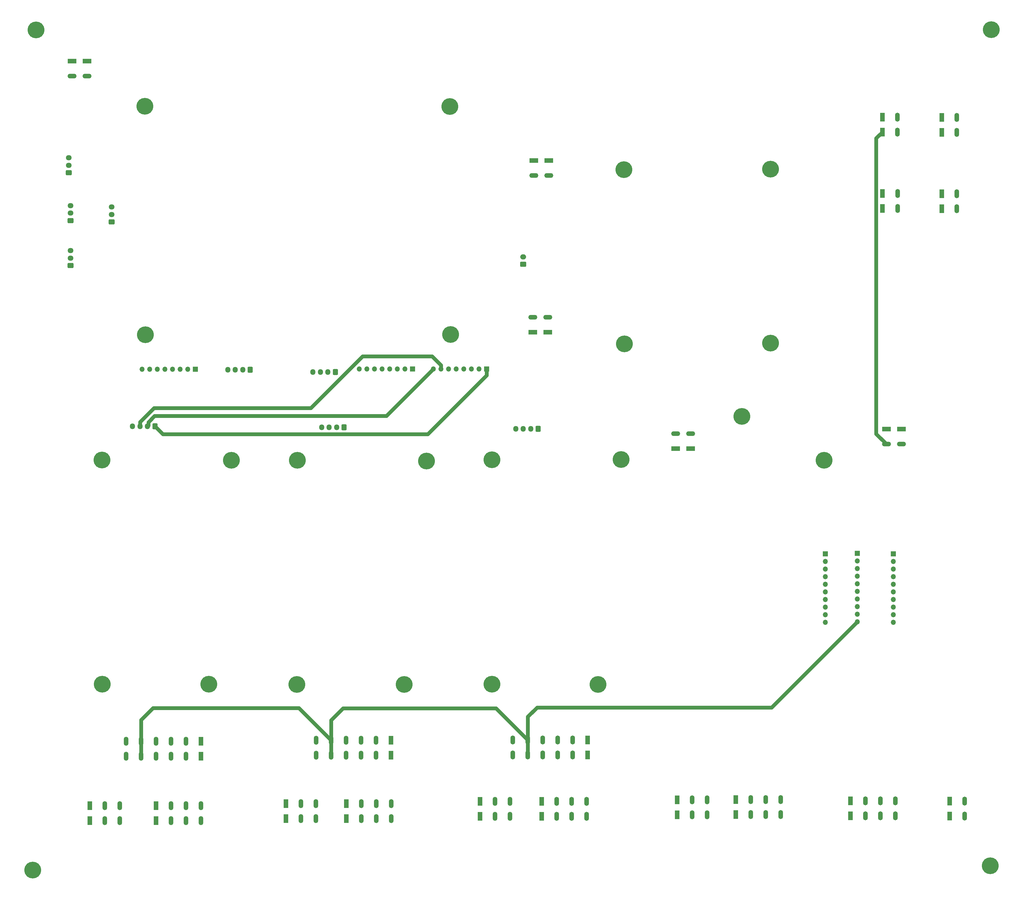
<source format=gbr>
%TF.GenerationSoftware,KiCad,Pcbnew,6.0.11-2627ca5db0~126~ubuntu22.04.1*%
%TF.CreationDate,2023-04-05T12:46:53+02:00*%
%TF.ProjectId,boxPCB,626f7850-4342-42e6-9b69-6361645f7063,rev?*%
%TF.SameCoordinates,Original*%
%TF.FileFunction,Copper,L2,Inr*%
%TF.FilePolarity,Positive*%
%FSLAX46Y46*%
G04 Gerber Fmt 4.6, Leading zero omitted, Abs format (unit mm)*
G04 Created by KiCad (PCBNEW 6.0.11-2627ca5db0~126~ubuntu22.04.1) date 2023-04-05 12:46:53*
%MOMM*%
%LPD*%
G01*
G04 APERTURE LIST*
G04 Aperture macros list*
%AMRoundRect*
0 Rectangle with rounded corners*
0 $1 Rounding radius*
0 $2 $3 $4 $5 $6 $7 $8 $9 X,Y pos of 4 corners*
0 Add a 4 corners polygon primitive as box body*
4,1,4,$2,$3,$4,$5,$6,$7,$8,$9,$2,$3,0*
0 Add four circle primitives for the rounded corners*
1,1,$1+$1,$2,$3*
1,1,$1+$1,$4,$5*
1,1,$1+$1,$6,$7*
1,1,$1+$1,$8,$9*
0 Add four rect primitives between the rounded corners*
20,1,$1+$1,$2,$3,$4,$5,0*
20,1,$1+$1,$4,$5,$6,$7,0*
20,1,$1+$1,$6,$7,$8,$9,0*
20,1,$1+$1,$8,$9,$2,$3,0*%
G04 Aperture macros list end*
%TA.AperFunction,ComponentPad*%
%ADD10R,1.500000X3.000000*%
%TD*%
%TA.AperFunction,ComponentPad*%
%ADD11O,1.500000X3.000000*%
%TD*%
%TA.AperFunction,ComponentPad*%
%ADD12RoundRect,0.250000X0.725000X-0.600000X0.725000X0.600000X-0.725000X0.600000X-0.725000X-0.600000X0*%
%TD*%
%TA.AperFunction,ComponentPad*%
%ADD13O,1.950000X1.700000*%
%TD*%
%TA.AperFunction,ComponentPad*%
%ADD14RoundRect,0.250000X0.600000X0.725000X-0.600000X0.725000X-0.600000X-0.725000X0.600000X-0.725000X0*%
%TD*%
%TA.AperFunction,ComponentPad*%
%ADD15O,1.700000X1.950000*%
%TD*%
%TA.AperFunction,ComponentPad*%
%ADD16C,5.600000*%
%TD*%
%TA.AperFunction,ComponentPad*%
%ADD17R,1.700000X1.700000*%
%TD*%
%TA.AperFunction,ComponentPad*%
%ADD18O,1.700000X1.700000*%
%TD*%
%TA.AperFunction,ComponentPad*%
%ADD19R,3.000000X1.500000*%
%TD*%
%TA.AperFunction,ComponentPad*%
%ADD20O,3.000000X1.500000*%
%TD*%
%TA.AperFunction,ComponentPad*%
%ADD21RoundRect,0.250000X0.750000X-0.600000X0.750000X0.600000X-0.750000X0.600000X-0.750000X-0.600000X0*%
%TD*%
%TA.AperFunction,ComponentPad*%
%ADD22O,2.000000X1.700000*%
%TD*%
%TA.AperFunction,Conductor*%
%ADD23C,1.250000*%
%TD*%
G04 APERTURE END LIST*
D10*
%TO.N,/ENDSTOP_5V_Y1*%
%TO.C,J105*%
X89475392Y-263430093D03*
X89475392Y-268430093D03*
D11*
%TO.N,/ENDSTOP_GND_Y1*%
X94475392Y-268430093D03*
X94475392Y-263430093D03*
%TO.N,/ENDSTOP_SIGNAL_Y1*%
X99475392Y-268430093D03*
X99475392Y-263430093D03*
%TD*%
D12*
%TO.N,/ENDSTOP_SIGNAL_Z*%
%TO.C,J111*%
X17045000Y-52810000D03*
D13*
%TO.N,/ENDSTOP_GND_Z*%
X17045000Y-50310000D03*
%TO.N,/ENDSTOP_5V_Z*%
X17045000Y-47810000D03*
%TD*%
D10*
%TO.N,/RED_Y1*%
%TO.C,J121*%
X109650392Y-263430093D03*
X109650392Y-268430093D03*
D11*
%TO.N,/BLUE_Y1*%
X114650392Y-263430093D03*
X114650392Y-268430093D03*
%TO.N,/GREEN_Y1*%
X119650392Y-263430093D03*
X119650392Y-268430093D03*
%TO.N,/BLACK_Y1*%
X124650392Y-268430093D03*
X124650392Y-263430093D03*
%TD*%
D10*
%TO.N,/BLACK_Y2*%
%TO.C,J115*%
X190200392Y-247205093D03*
X190200392Y-242205093D03*
D11*
%TO.N,/GREEN_Y2*%
X185200392Y-247205093D03*
X185200392Y-242205093D03*
%TO.N,/BLUE_Y2*%
X180200392Y-247205093D03*
X180200392Y-242205093D03*
%TO.N,/RED_Y2*%
X175200392Y-247205093D03*
X175200392Y-242205093D03*
%TO.N,+12V*%
X170200392Y-247205093D03*
X170200392Y-242205093D03*
%TO.N,GND*%
X165200392Y-247205093D03*
X165200392Y-242205093D03*
%TD*%
D14*
%TO.N,/EN_X*%
%TO.C,J113*%
X45805392Y-137450093D03*
D15*
%TO.N,/DIR_X*%
X43305392Y-137450093D03*
%TO.N,/CLK_X*%
X40805392Y-137450093D03*
%TO.N,GND*%
X38305392Y-137450093D03*
%TD*%
D16*
%TO.N,N/C*%
%TO.C,H123*%
X158250000Y-148640000D03*
%TD*%
D17*
%TO.N,+12V*%
%TO.C,J137*%
X280205392Y-179850093D03*
D18*
X280205392Y-182390093D03*
X280205392Y-184930093D03*
X280205392Y-187470093D03*
X280205392Y-190010093D03*
X280205392Y-192550093D03*
X280205392Y-195090093D03*
X280205392Y-197630093D03*
X280205392Y-200170093D03*
X280205392Y-202710093D03*
%TD*%
D10*
%TO.N,/RED_Y2*%
%TO.C,J120*%
X174875392Y-267655093D03*
X174875392Y-262655093D03*
D11*
%TO.N,/BLUE_Y2*%
X179875392Y-262655093D03*
X179875392Y-267655093D03*
%TO.N,/GREEN_Y2*%
X184875392Y-262655093D03*
X184875392Y-267655093D03*
%TO.N,/BLACK_Y2*%
X189875392Y-262655093D03*
X189875392Y-267655093D03*
%TD*%
D10*
%TO.N,/BLACK_E*%
%TO.C,J131*%
X277850392Y-267505093D03*
X277850392Y-262505093D03*
D11*
%TO.N,/GREEN_E*%
X282850392Y-262505093D03*
X282850392Y-267505093D03*
%TO.N,/BLUE_E*%
X287850392Y-267505093D03*
X287850392Y-262505093D03*
%TO.N,/RED_E*%
X292850392Y-267505093D03*
X292850392Y-262505093D03*
%TD*%
D10*
%TO.N,/ENDSTOP_5V_X*%
%TO.C,J104*%
X24075392Y-269080093D03*
X24075392Y-264080093D03*
D11*
%TO.N,/ENDSTOP_GND_X*%
X29075392Y-269080093D03*
X29075392Y-264080093D03*
%TO.N,/ENDSTOP_SIGNAL_X*%
X34075392Y-269080093D03*
X34075392Y-264080093D03*
%TD*%
D14*
%TO.N,/RED_Z*%
%TO.C,J128*%
X106015392Y-119350093D03*
D15*
%TO.N,/BLUE_Z*%
X103515392Y-119350093D03*
%TO.N,/GREEN_Z*%
X101015392Y-119350093D03*
%TO.N,/BLACK_Z*%
X98515392Y-119350093D03*
%TD*%
D16*
%TO.N,N/C*%
%TO.C,H117*%
X128920000Y-223620000D03*
%TD*%
%TO.N,N/C*%
%TO.C,H101*%
X324840000Y-5050000D03*
%TD*%
D10*
%TO.N,+12V*%
%TO.C,J130*%
X288525392Y-39245093D03*
X288525392Y-34245093D03*
D11*
%TO.N,GND*%
X293525392Y-39245093D03*
X293525392Y-34245093D03*
%TD*%
D16*
%TO.N,N/C*%
%TO.C,H126*%
X136370000Y-149070000D03*
%TD*%
D10*
%TO.N,+12V*%
%TO.C,J129*%
X308375392Y-39345093D03*
X308375392Y-34345093D03*
D11*
%TO.N,GND*%
X313375392Y-34345093D03*
X313375392Y-39345093D03*
%TD*%
D16*
%TO.N,N/C*%
%TO.C,H121*%
X63770000Y-223550000D03*
%TD*%
D12*
%TO.N,/ENDSTOP_SIGNAL_Y1*%
%TO.C,J109*%
X17645000Y-68780000D03*
D13*
%TO.N,/ENDSTOP_GND_Y1*%
X17645000Y-66280000D03*
%TO.N,/ENDSTOP_5V_Y1*%
X17645000Y-63780000D03*
%TD*%
D17*
%TO.N,/EN_Y2*%
%TO.C,J101*%
X59240392Y-118385093D03*
D18*
%TO.N,unconnected-(J101-Pad2)*%
X56700392Y-118385093D03*
%TO.N,unconnected-(J101-Pad3)*%
X54160392Y-118385093D03*
%TO.N,unconnected-(J101-Pad4)*%
X51620392Y-118385093D03*
%TO.N,unconnected-(J101-Pad5)*%
X49080392Y-118385093D03*
%TO.N,unconnected-(J101-Pad6)*%
X46540392Y-118385093D03*
%TO.N,/CLK_Y2*%
X44000392Y-118385093D03*
%TO.N,/DIR_Y2*%
X41460392Y-118385093D03*
%TD*%
D19*
%TO.N,+12V*%
%TO.C,J125*%
X172205392Y-48745093D03*
X177205392Y-48745093D03*
D20*
%TO.N,GND*%
X172205392Y-53745093D03*
X177205392Y-53745093D03*
%TD*%
D16*
%TO.N,N/C*%
%TO.C,H116*%
X28180000Y-223560000D03*
%TD*%
D12*
%TO.N,/ENDSTOP_SIGNAL_X*%
%TO.C,J108*%
X17585000Y-83800000D03*
D13*
%TO.N,/ENDSTOP_GND_X*%
X17585000Y-81300000D03*
%TO.N,/ENDSTOP_5V_X*%
X17585000Y-78800000D03*
%TD*%
D17*
%TO.N,/EN_Y1*%
%TO.C,J103*%
X131755392Y-118295093D03*
D18*
%TO.N,unconnected-(J103-Pad2)*%
X129215392Y-118295093D03*
%TO.N,unconnected-(J103-Pad3)*%
X126675392Y-118295093D03*
%TO.N,unconnected-(J103-Pad4)*%
X124135392Y-118295093D03*
%TO.N,unconnected-(J103-Pad5)*%
X121595392Y-118295093D03*
%TO.N,unconnected-(J103-Pad6)*%
X119055392Y-118295093D03*
%TO.N,/CLK_Y1*%
X116515392Y-118295093D03*
%TO.N,/DIR_Y1*%
X113975392Y-118295093D03*
%TD*%
D16*
%TO.N,N/C*%
%TO.C,H110*%
X202310000Y-51760000D03*
%TD*%
%TO.N,N/C*%
%TO.C,H112*%
X193670000Y-223630000D03*
%TD*%
D19*
%TO.N,GND*%
%TO.C,J119*%
X294915392Y-138415093D03*
X289915392Y-138415093D03*
D20*
%TO.N,+12V*%
X289915392Y-143415093D03*
X294915392Y-143415093D03*
%TD*%
D16*
%TO.N,N/C*%
%TO.C,H113*%
X144430000Y-106820000D03*
%TD*%
%TO.N,N/C*%
%TO.C,H124*%
X202420000Y-109920000D03*
%TD*%
D17*
%TO.N,/EN_X*%
%TO.C,J102*%
X156510392Y-118295093D03*
D18*
%TO.N,unconnected-(J102-Pad2)*%
X153970392Y-118295093D03*
%TO.N,unconnected-(J102-Pad3)*%
X151430392Y-118295093D03*
%TO.N,unconnected-(J102-Pad4)*%
X148890392Y-118295093D03*
%TO.N,unconnected-(J102-Pad5)*%
X146350392Y-118295093D03*
%TO.N,unconnected-(J102-Pad6)*%
X143810392Y-118295093D03*
%TO.N,/CLK_X*%
X141270392Y-118295093D03*
%TO.N,/DIR_X*%
X138730392Y-118295093D03*
%TD*%
D10*
%TO.N,+5V*%
%TO.C,J133*%
X308385392Y-64795093D03*
X308385392Y-59795093D03*
D11*
%TO.N,GND*%
X313385392Y-64795093D03*
X313385392Y-59795093D03*
%TD*%
D16*
%TO.N,N/C*%
%TO.C,H111*%
X71300000Y-148820000D03*
%TD*%
%TO.N,N/C*%
%TO.C,H103*%
X201330000Y-148520000D03*
%TD*%
D10*
%TO.N,/BLACK_Z*%
%TO.C,J132*%
X239575392Y-267080093D03*
X239575392Y-262080093D03*
D11*
%TO.N,/GREEN_Z*%
X244575392Y-267080093D03*
X244575392Y-262080093D03*
%TO.N,/BLUE_Z*%
X249575392Y-262080093D03*
X249575392Y-267080093D03*
%TO.N,/RED_Z*%
X254575392Y-267080093D03*
X254575392Y-262080093D03*
%TD*%
D14*
%TO.N,/EN_Y1*%
%TO.C,J114*%
X108925392Y-137755093D03*
D15*
%TO.N,/DIR_Y1*%
X106425392Y-137755093D03*
%TO.N,/CLK_Y1*%
X103925392Y-137755093D03*
%TO.N,GND*%
X101425392Y-137755093D03*
%TD*%
D16*
%TO.N,N/C*%
%TO.C,H125*%
X28150000Y-148740000D03*
%TD*%
D10*
%TO.N,/BLACK_Y1*%
%TO.C,J116*%
X124575392Y-242280093D03*
X124575392Y-247280093D03*
D11*
%TO.N,/GREEN_Y1*%
X119575392Y-242280093D03*
X119575392Y-247280093D03*
%TO.N,/BLUE_Y1*%
X114575392Y-247280093D03*
X114575392Y-242280093D03*
%TO.N,/RED_Y1*%
X109575392Y-247280093D03*
X109575392Y-242280093D03*
%TO.N,+12V*%
X104575392Y-242280093D03*
X104575392Y-247280093D03*
%TO.N,GND*%
X99575392Y-247280093D03*
X99575392Y-242280093D03*
%TD*%
D16*
%TO.N,N/C*%
%TO.C,H119*%
X42580000Y-106870000D03*
%TD*%
%TO.N,N/C*%
%TO.C,H118*%
X144220000Y-30720000D03*
%TD*%
D10*
%TO.N,+5V*%
%TO.C,J134*%
X288595392Y-59725093D03*
X288595392Y-64725093D03*
D11*
%TO.N,GND*%
X293595392Y-64725093D03*
X293595392Y-59725093D03*
%TD*%
D10*
%TO.N,/BLACK_X*%
%TO.C,J117*%
X61125392Y-242630093D03*
X61125392Y-247630093D03*
D11*
%TO.N,/GREEN_X*%
X56125392Y-247630093D03*
X56125392Y-242630093D03*
%TO.N,/BLUE_X*%
X51125392Y-242630093D03*
X51125392Y-247630093D03*
%TO.N,/RED_X*%
X46125392Y-247630093D03*
X46125392Y-242630093D03*
%TO.N,+12V*%
X41125392Y-242630093D03*
X41125392Y-247630093D03*
%TO.N,GND*%
X36125392Y-247630093D03*
X36125392Y-242630093D03*
%TD*%
D10*
%TO.N,/ENDSTOP_5V_Y2*%
%TO.C,J106*%
X154275392Y-262630093D03*
X154275392Y-267630093D03*
D11*
%TO.N,/ENDSTOP_GND_Y2*%
X159275392Y-267630093D03*
X159275392Y-262630093D03*
%TO.N,/ENDSTOP_SIGNAL_Y2*%
X164275392Y-267630093D03*
X164275392Y-262630093D03*
%TD*%
D19*
%TO.N,+12V*%
%TO.C,J135*%
X18095392Y-15555093D03*
X23095392Y-15555093D03*
D20*
%TO.N,GND*%
X18095392Y-20555093D03*
X23095392Y-20555093D03*
%TD*%
D14*
%TO.N,/EN_Y2*%
%TO.C,J112*%
X173675392Y-138300093D03*
D15*
%TO.N,/DIR_Y2*%
X171175392Y-138300093D03*
%TO.N,/CLK_Y2*%
X168675392Y-138300093D03*
%TO.N,GND*%
X166175392Y-138300093D03*
%TD*%
D10*
%TO.N,/RED_X*%
%TO.C,J122*%
X46125392Y-269080093D03*
X46125392Y-264080093D03*
D11*
%TO.N,/BLUE_X*%
X51125392Y-269080093D03*
X51125392Y-264080093D03*
%TO.N,/GREEN_X*%
X56125392Y-264080093D03*
X56125392Y-269080093D03*
%TO.N,/BLACK_X*%
X61125392Y-264080093D03*
X61125392Y-269080093D03*
%TD*%
D16*
%TO.N,N/C*%
%TO.C,H122*%
X269040000Y-148810000D03*
%TD*%
D10*
%TO.N,/ENDSTOP_5V_Z*%
%TO.C,J107*%
X220025392Y-262155093D03*
X220025392Y-267155093D03*
D11*
%TO.N,/ENDSTOP_GND_Z*%
X225025392Y-262155093D03*
X225025392Y-267155093D03*
%TO.N,/ENDSTOP_SIGNAL_Z*%
X230025392Y-262155093D03*
X230025392Y-267155093D03*
%TD*%
D14*
%TO.N,/RED_E*%
%TO.C,J127*%
X77575392Y-118555093D03*
D15*
%TO.N,/BLUE_E*%
X75075392Y-118555093D03*
%TO.N,/GREEN_E*%
X72575392Y-118555093D03*
%TO.N,/BLACK_E*%
X70075392Y-118555093D03*
%TD*%
D16*
%TO.N,N/C*%
%TO.C,H108*%
X324540000Y-284210000D03*
%TD*%
%TO.N,N/C*%
%TO.C,H106*%
X42460000Y-30590000D03*
%TD*%
%TO.N,N/C*%
%TO.C,H114*%
X6100000Y-5130000D03*
%TD*%
%TO.N,N/C*%
%TO.C,H105*%
X93300000Y-148800000D03*
%TD*%
D10*
%TO.N,/AIRBRUSH_PLUS*%
%TO.C,J123*%
X311000392Y-267580093D03*
X311000392Y-262580093D03*
D11*
%TO.N,/AIRBRUSH_MINUS*%
X316000392Y-262580093D03*
X316000392Y-267580093D03*
%TD*%
D17*
%TO.N,GND*%
%TO.C,J136*%
X269465392Y-180075093D03*
D18*
X269465392Y-182615093D03*
X269465392Y-185155093D03*
X269465392Y-187695093D03*
X269465392Y-190235093D03*
X269465392Y-192775093D03*
X269465392Y-195315093D03*
X269465392Y-197855093D03*
X269465392Y-200395093D03*
X269465392Y-202935093D03*
%TD*%
D19*
%TO.N,+5V*%
%TO.C,J126*%
X176915392Y-106025093D03*
X171915392Y-106025093D03*
D20*
%TO.N,GND*%
X176915392Y-101025093D03*
X171915392Y-101025093D03*
%TD*%
D16*
%TO.N,N/C*%
%TO.C,H107*%
X93170000Y-223650000D03*
%TD*%
D17*
%TO.N,+5V*%
%TO.C,J138*%
X292155392Y-180000093D03*
D18*
X292155392Y-182540093D03*
X292155392Y-185080093D03*
X292155392Y-187620093D03*
X292155392Y-190160093D03*
X292155392Y-192700093D03*
X292155392Y-195240093D03*
X292155392Y-197780093D03*
X292155392Y-200320093D03*
X292155392Y-202860093D03*
%TD*%
D19*
%TO.N,+5V*%
%TO.C,J124*%
X224585392Y-144935093D03*
X219585392Y-144935093D03*
D20*
%TO.N,GND*%
X224585392Y-139935093D03*
X219585392Y-139935093D03*
%TD*%
D21*
%TO.N,/AIRBRUSH_PLUS*%
%TO.C,J118*%
X168680392Y-83365093D03*
D22*
%TO.N,/AIRBRUSH_MINUS*%
X168680392Y-80865093D03*
%TD*%
D16*
%TO.N,N/C*%
%TO.C,H104*%
X158220000Y-223520000D03*
%TD*%
%TO.N,N/C*%
%TO.C,H109*%
X251240000Y-51590000D03*
%TD*%
%TO.N,N/C*%
%TO.C,H120*%
X241649810Y-134138929D03*
%TD*%
D12*
%TO.N,/ENDSTOP_SIGNAL_Y2*%
%TO.C,J110*%
X31310000Y-69210000D03*
D13*
%TO.N,/ENDSTOP_GND_Y2*%
X31310000Y-66710000D03*
%TO.N,/ENDSTOP_5V_Y2*%
X31310000Y-64210000D03*
%TD*%
D16*
%TO.N,N/C*%
%TO.C,H115*%
X251210000Y-109680000D03*
%TD*%
%TO.N,N/C*%
%TO.C,H102*%
X5020000Y-285650000D03*
%TD*%
D23*
%TO.N,/EN_X*%
X156510392Y-118295093D02*
X156510392Y-120395093D01*
X48460392Y-140105093D02*
X45805392Y-137450093D01*
X136800392Y-140105093D02*
X48460392Y-140105093D01*
X156510392Y-120395093D02*
X136800392Y-140105093D01*
%TO.N,/CLK_X*%
X115033859Y-114090000D02*
X138301925Y-114090000D01*
X40805392Y-135998569D02*
X45463961Y-131340000D01*
X40805392Y-137450093D02*
X40805392Y-135998569D01*
X138301925Y-114090000D02*
X141270392Y-117058467D01*
X45463961Y-131340000D02*
X97783859Y-131340000D01*
X141270392Y-117058467D02*
X141270392Y-118295093D01*
X97783859Y-131340000D02*
X115033859Y-114090000D01*
%TO.N,/DIR_X*%
X43580392Y-137175093D02*
X43580392Y-136051996D01*
X45657296Y-133975092D02*
X123050393Y-133975092D01*
X123050393Y-133975092D02*
X138730392Y-118295093D01*
X43305392Y-137450093D02*
X43580392Y-137175093D01*
X43580392Y-136051996D02*
X45657296Y-133975092D01*
%TO.N,+12V*%
X104575392Y-242280093D02*
X93795299Y-231500000D01*
X45160000Y-231500000D02*
X41125392Y-235534608D01*
X280205392Y-202710093D02*
X251585485Y-231330000D01*
X104575392Y-235584608D02*
X104575392Y-247280093D01*
X170200392Y-234429608D02*
X170200392Y-247205093D01*
X288525392Y-39245093D02*
X286470392Y-41300093D01*
X286470392Y-139970093D02*
X289915392Y-143415093D01*
X93795299Y-231500000D02*
X45160000Y-231500000D01*
X173300000Y-231330000D02*
X170200392Y-234429608D01*
X41125392Y-235534608D02*
X41125392Y-247630093D01*
X170200392Y-242205093D02*
X159595299Y-231600000D01*
X251585485Y-231330000D02*
X173300000Y-231330000D01*
X286470392Y-41300093D02*
X286470392Y-139970093D01*
X108560000Y-231600000D02*
X104575392Y-235584608D01*
X159595299Y-231600000D02*
X108560000Y-231600000D01*
%TD*%
M02*

</source>
